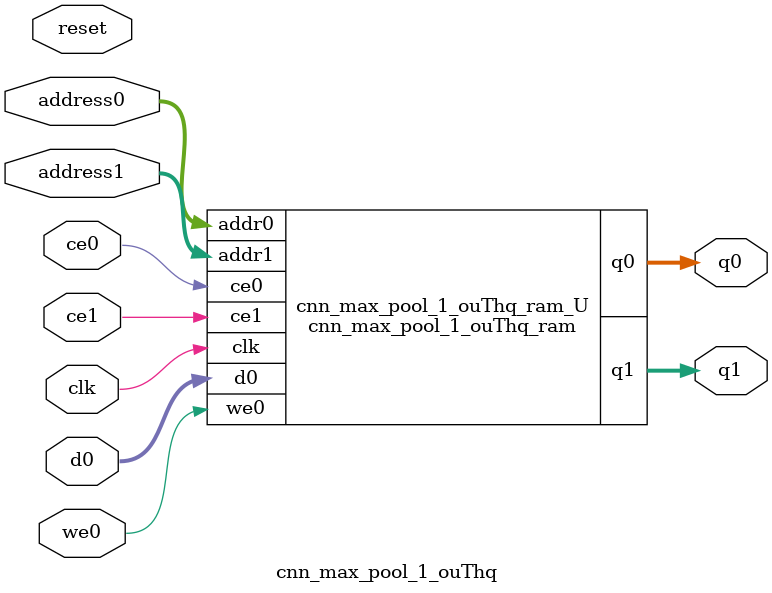
<source format=v>
`timescale 1 ns / 1 ps
module cnn_max_pool_1_ouThq_ram (addr0, ce0, d0, we0, q0, addr1, ce1, q1,  clk);

parameter DWIDTH = 14;
parameter AWIDTH = 10;
parameter MEM_SIZE = 1014;

input[AWIDTH-1:0] addr0;
input ce0;
input[DWIDTH-1:0] d0;
input we0;
output reg[DWIDTH-1:0] q0;
input[AWIDTH-1:0] addr1;
input ce1;
output reg[DWIDTH-1:0] q1;
input clk;

(* ram_style = "block" *)reg [DWIDTH-1:0] ram[0:MEM_SIZE-1];




always @(posedge clk)  
begin 
    if (ce0) 
    begin
        if (we0) 
        begin 
            ram[addr0] <= d0; 
        end 
        q0 <= ram[addr0];
    end
end


always @(posedge clk)  
begin 
    if (ce1) 
    begin
        q1 <= ram[addr1];
    end
end


endmodule

`timescale 1 ns / 1 ps
module cnn_max_pool_1_ouThq(
    reset,
    clk,
    address0,
    ce0,
    we0,
    d0,
    q0,
    address1,
    ce1,
    q1);

parameter DataWidth = 32'd14;
parameter AddressRange = 32'd1014;
parameter AddressWidth = 32'd10;
input reset;
input clk;
input[AddressWidth - 1:0] address0;
input ce0;
input we0;
input[DataWidth - 1:0] d0;
output[DataWidth - 1:0] q0;
input[AddressWidth - 1:0] address1;
input ce1;
output[DataWidth - 1:0] q1;



cnn_max_pool_1_ouThq_ram cnn_max_pool_1_ouThq_ram_U(
    .clk( clk ),
    .addr0( address0 ),
    .ce0( ce0 ),
    .we0( we0 ),
    .d0( d0 ),
    .q0( q0 ),
    .addr1( address1 ),
    .ce1( ce1 ),
    .q1( q1 ));

endmodule


</source>
